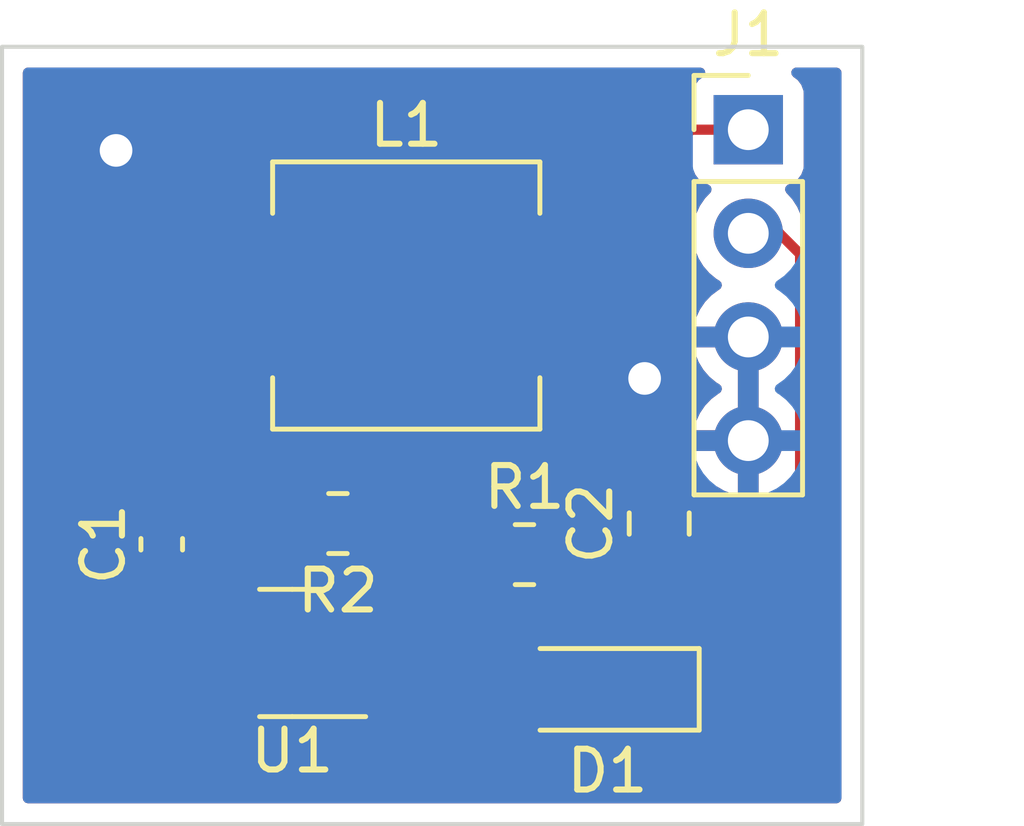
<source format=kicad_pcb>
(kicad_pcb (version 20211014) (generator pcbnew)
  (layers (0 "F.Cu" signal) (31 "B.Cu" signal) (34 "B.Paste" user) (35 "F.Paste" user) (36 "B.SilkS" user "B.Silkscreen") (37 "F.SilkS" user "F.Silkscreen") (38 "B.Mask" user) (39 "F.Mask" user) (44 "Edge.Cuts" user))
  (net 0 "")
  (net 1 "Net-(C1-Pad1)")
  (net 2 "GND")
  (net 3 "VOUT_+")
  (net 4 "Net-(R1-Pad1)")
  (net 5 "Net-(D1-Pad2)")
  (footprint "Inductor_SMD:L_Vishay_IHLP-2525" (layer "F.Cu") (at 130.302 77.724)
    (fp_text reference "L1" (at 0 -4.175) (layer "F.SilkS"))
    (fp_text value "4.7uH")
    (fp_line (start -3.275 3.275) (end 3.275 3.275) (layer "F.SilkS") (width 0.12))
    (fp_line (start 3.275 -3.275) (end 3.275 -2.0145) (layer "F.SilkS") (width 0.12))
    (fp_line (start -3.275 -3.275) (end 3.275 -3.275) (layer "F.SilkS") (width 0.12))
    (fp_line (start 3.275 3.275) (end 3.275 2.0145) (layer "F.SilkS") (width 0.12))
    (fp_line (start -3.275 -2.0145) (end -3.275 -3.275) (layer "F.SilkS") (width 0.12))
    (fp_line (start -3.275 2.0145) (end -3.275 3.275) (layer "F.SilkS") (width 0.12))
    (pad "1" smd rect (at -2.921 0) (size 2.413 3.429) (layers "F.Cu" "F.Paste" "F.Mask") (net 5 "Net-(D1-Pad2)"))
    (pad "2" smd rect (at 2.921 0) (size 2.413 3.429) (layers "F.Cu" "F.Paste" "F.Mask") (net 1 "Net-(C1-Pad1)"))
  )
  (footprint "Package_TO_SOT_SMD:TSOT-23-5" (layer "F.Cu") (at 127.5075 86.484 180)
    (fp_text reference "U1" (at 0 -2.4) (layer "F.SilkS"))
    (fp_text value "MIC2288YD5-TR")
    (fp_line (start 0 1.56) (end 0.8 1.56) (layer "F.SilkS") (width 0.12))
    (fp_line (start 0 1.56) (end -0.8 1.56) (layer "F.SilkS") (width 0.12))
    (fp_line (start 0 -1.56) (end 0.8 -1.56) (layer "F.SilkS") (width 0.12))
    (fp_line (start 0 -1.56) (end -1.8 -1.56) (layer "F.SilkS") (width 0.12))
    (pad "1" smd roundrect (at -1.1375 -0.95 180) (size 1.325 0.6) (layers "F.Cu" "F.Paste" "F.Mask") (net 5 "Net-(D1-Pad2)"))
    (pad "2" smd roundrect (at -1.1375 0 180) (size 1.325 0.6) (layers "F.Cu" "F.Paste" "F.Mask") (net 2 "GND"))
    (pad "3" smd roundrect (at -1.1375 0.95 180) (size 1.325 0.6) (layers "F.Cu" "F.Paste" "F.Mask") (net 4 "Net-(R1-Pad1)"))
    (pad "4" smd roundrect (at 1.1375 0.95 180) (size 1.325 0.6) (layers "F.Cu" "F.Paste" "F.Mask") (net 1 "Net-(C1-Pad1)"))
    (pad "5" smd roundrect (at 1.1375 -0.95 180) (size 1.325 0.6) (layers "F.Cu" "F.Paste" "F.Mask") (net 1 "Net-(C1-Pad1)"))
  )
  (footprint "Capacitor_SMD:C_0805_2012Metric" (layer "F.Cu") (at 136.5015 83.312 90)
    (fp_text reference "C2" (at 0 -1.68 90) (layer "F.SilkS"))
    (fp_text value "22uF")
    (fp_line (start -0.261252 -0.735) (end 0.261252 -0.735) (layer "F.SilkS") (width 0.12))
    (fp_line (start -0.261252 0.735) (end 0.261252 0.735) (layer "F.SilkS") (width 0.12))
    (pad "1" smd roundrect (at -0.95 0 90) (size 1 1.45) (layers "F.Cu" "F.Paste" "F.Mask") (net 3 "VOUT_+"))
    (pad "2" smd roundrect (at 0.95 0 90) (size 1 1.45) (layers "F.Cu" "F.Paste" "F.Mask") (net 2 "GND"))
  )
  (footprint "Diode_SMD:D_SOD-123" (layer "F.Cu") (at 135.2315 87.376 180)
    (fp_text reference "D1" (at 0 -2) (layer "F.SilkS"))
    (fp_text value "1N4001")
    (fp_line (start -2.25 -1) (end 1.65 -1) (layer "F.SilkS") (width 0.12))
    (fp_line (start -2.25 -1) (end -2.25 1) (layer "F.SilkS") (width 0.12))
    (fp_line (start -2.25 1) (end 1.65 1) (layer "F.SilkS") (width 0.12))
    (pad "1" smd rect (at -1.65 0 180) (size 0.9 1.2) (layers "F.Cu" "F.Paste" "F.Mask") (net 3 "VOUT_+"))
    (pad "2" smd rect (at 1.65 0 180) (size 0.9 1.2) (layers "F.Cu" "F.Paste" "F.Mask") (net 5 "Net-(D1-Pad2)"))
  )
  (footprint "Connector_PinHeader_2.54mm:PinHeader_1x04_P2.54mm_Vertical" (layer "F.Cu") (at 138.684 73.66)
    (fp_text reference "J1" (at 0 -2.33) (layer "F.SilkS"))
    (fp_text value "Conn_01x04_Male")
    (fp_line (start -1.33 1.27) (end 1.33 1.27) (layer "F.SilkS") (width 0.12))
    (fp_line (start -1.33 0) (end -1.33 -1.33) (layer "F.SilkS") (width 0.12))
    (fp_line (start -1.33 -1.33) (end 0 -1.33) (layer "F.SilkS") (width 0.12))
    (fp_line (start 1.33 1.27) (end 1.33 8.95) (layer "F.SilkS") (width 0.12))
    (fp_line (start -1.33 8.95) (end 1.33 8.95) (layer "F.SilkS") (width 0.12))
    (fp_line (start -1.33 1.27) (end -1.33 8.95) (layer "F.SilkS") (width 0.12))
    (pad "1" thru_hole rect (at 0 0) (size 1.7 1.7) (drill 1) (layers *.Cu *.Mask) (net 1 "Net-(C1-Pad1)"))
    (pad "2" thru_hole oval (at 0 2.54) (size 1.7 1.7) (drill 1) (layers *.Cu *.Mask) (net 3 "VOUT_+"))
    (pad "3" thru_hole oval (at 0 5.08) (size 1.7 1.7) (drill 1) (layers *.Cu *.Mask) (net 2 "GND"))
    (pad "4" thru_hole oval (at 0 7.62) (size 1.7 1.7) (drill 1) (layers *.Cu *.Mask) (net 2 "GND"))
  )
  (footprint "Resistor_SMD:R_0805_2012Metric" (layer "F.Cu") (at 133.1995 84.074)
    (fp_text reference "R1" (at 0 -1.65) (layer "F.SilkS"))
    (fp_text value "5.62K")
    (fp_line (start -0.227064 0.735) (end 0.227064 0.735) (layer "F.SilkS") (width 0.12))
    (fp_line (start -0.227064 -0.735) (end 0.227064 -0.735) (layer "F.SilkS") (width 0.12))
    (pad "1" smd roundrect (at -0.9125 0) (size 1.025 1.4) (layers "F.Cu" "F.Paste" "F.Mask") (roundrect_rratio 0.243902439) (net 4 "Net-(R1-Pad1)"))
    (pad "2" smd roundrect (at 0.9125 0) (size 1.025 1.4) (layers "F.Cu" "F.Paste" "F.Mask") (roundrect_rratio 0.243902439) (net 3 "VOUT_+"))
  )
  (footprint "Resistor_SMD:R_0805_2012Metric" (layer "F.Cu") (at 128.6275 83.312 180)
    (fp_text reference "R2" (at 0 -1.65) (layer "F.SilkS"))
    (fp_text value "1.87K")
    (fp_line (start -0.227064 -0.735) (end 0.227064 -0.735) (layer "F.SilkS") (width 0.12))
    (fp_line (start -0.227064 0.735) (end 0.227064 0.735) (layer "F.SilkS") (width 0.12))
    (pad "1" smd roundrect (at -0.9125 0 180) (size 1.025 1.4) (layers "F.Cu" "F.Paste" "F.Mask") (roundrect_rratio 0.243902439) (net 2 "GND"))
    (pad "2" smd roundrect (at 0.9125 0 180) (size 1.025 1.4) (layers "F.Cu" "F.Paste" "F.Mask") (roundrect_rratio 0.243902439) (net 4 "Net-(R1-Pad1)"))
  )
  (footprint "Capacitor_SMD:C_0603_1608Metric" (layer "F.Cu") (at 124.3095 83.82 90)
    (fp_text reference "C1" (at 0 -1.43 90) (layer "F.SilkS"))
    (fp_text value "4.7uF")
    (fp_line (start -0.14058 0.51) (end 0.14058 0.51) (layer "F.SilkS") (width 0.12))
    (fp_line (start -0.14058 -0.51) (end 0.14058 -0.51) (layer "F.SilkS") (width 0.12))
    (pad "1" smd roundrect (at -0.775 0 90) (size 0.9 0.95) (layers "F.Cu" "F.Paste" "F.Mask") (net 1 "Net-(C1-Pad1)"))
    (pad "2" smd roundrect (at 0.775 0 90) (size 0.9 0.95) (layers "F.Cu" "F.Paste" "F.Mask") (net 2 "GND"))
  )
  (gr_rect (start 120.396 71.628) (end 141.478 90.678) (layer "Edge.Cuts") (width 0.1) (fill none))
  (segment (start 137.287 73.66) (end 133.223 77.724) (width 0.25) (layer "F.Cu") (net 1))
  (segment (start 125.476 84.64) (end 126.37 85.534) (width 0.25) (layer "F.Cu") (net 1))
  (segment (start 127.231327 82.27) (end 125.476 84.025327) (width 0.25) (layer "F.Cu") (net 1))
  (segment (start 128.677 82.27) (end 127.231327 82.27) (width 0.25) (layer "F.Cu") (net 1))
  (segment (start 124.3095 84.595) (end 125.431 84.595) (width 0.25) (layer "F.Cu") (net 1))
  (segment (start 125.431 84.595) (end 126.37 85.534) (width 0.25) (layer "F.Cu") (net 1))
  (segment (start 133.223 77.724) (end 128.677 82.27) (width 0.25) (layer "F.Cu") (net 1))
  (segment (start 138.684 73.66) (end 137.287 73.66) (width 0.25) (layer "F.Cu") (net 1))
  (segment (start 125.476 84.025327) (end 125.476 84.64) (width 0.25) (layer "F.Cu") (net 1))
  (segment (start 126.37 85.534) (end 126.37 87.434) (width 0.25) (layer "F.Cu") (net 1))
  (via (at 136.144 79.756) (size 1.2) (drill 0.8) (layers "F.Cu" "B.Cu") (net 2))
  (via (at 123.19 74.168) (size 1.2) (drill 0.8) (layers "F.Cu" "B.Cu") (net 2))
  (segment (start 136.8815 87.376) (end 136.8815 84.642) (width 0.25) (layer "F.Cu") (net 3))
  (segment (start 136.8815 87.376) (end 139.9295 84.328) (width 0.25) (layer "F.Cu") (net 3))
  (segment (start 139.446 76.2) (end 138.684 76.2) (width 0.25) (layer "F.Cu") (net 3))
  (segment (start 136.8815 84.642) (end 136.5015 84.262) (width 0.25) (layer "F.Cu") (net 3))
  (segment (start 139.954 84.328) (end 139.954 76.708) (width 0.25) (layer "F.Cu") (net 3))
  (segment (start 136.3135 84.074) (end 136.5015 84.262) (width 0.25) (layer "F.Cu") (net 3))
  (segment (start 139.954 76.708) (end 139.446 76.2) (width 0.25) (layer "F.Cu") (net 3))
  (segment (start 139.9295 84.328) (end 139.954 84.328) (width 0.25) (layer "F.Cu") (net 3))
  (segment (start 134.112 84.074) (end 136.3135 84.074) (width 0.25) (layer "F.Cu") (net 3))
  (segment (start 128.645 84.242) (end 127.715 83.312) (width 0.25) (layer "F.Cu") (net 4))
  (segment (start 130.827 85.534) (end 132.287 84.074) (width 0.25) (layer "F.Cu") (net 4))
  (segment (start 128.645 85.534) (end 130.827 85.534) (width 0.25) (layer "F.Cu") (net 4))
  (segment (start 128.709 85.598) (end 128.645 85.534) (width 0.25) (layer "F.Cu") (net 4))
  (segment (start 128.645 85.534) (end 128.645 84.242) (width 0.25) (layer "F.Cu") (net 4))
  (segment (start 128.645 87.434) (end 128.703 87.376) (width 0.25) (layer "F.Cu") (net 5))
  (segment (start 123.19 81.915) (end 123.19 86.36) (width 0.25) (layer "F.Cu") (net 5))
  (segment (start 127.433 88.646) (end 128.645 87.434) (width 0.25) (layer "F.Cu") (net 5))
  (segment (start 123.19 86.36) (end 125.476 88.646) (width 0.25) (layer "F.Cu") (net 5))
  (segment (start 128.703 87.376) (end 133.5815 87.376) (width 0.25) (layer "F.Cu") (net 5))
  (segment (start 127.381 77.724) (end 123.19 81.915) (width 0.25) (layer "F.Cu") (net 5))
  (segment (start 125.476 88.646) (end 127.433 88.646) (width 0.25) (layer "F.Cu") (net 5))
  (zone (net 2) (net_name "GND") (layer "F.Cu") (connect_pads (clearance 0.508)) (min_thickness 0.254) (fill yes (thermal_gap 0.508) (thermal_bridge_width 0.508))
    (polygon (pts (xy 141.478 90.678) (xy 120.396 90.678) (xy 120.396 71.628) (xy 141.478 71.628)))
  )
  (zone (net 2) (net_name "GND") (layer "B.Cu") (connect_pads (clearance 0.508)) (min_thickness 0.254) (fill yes (thermal_gap 0.508) (thermal_bridge_width 0.508))
    (polygon (pts (xy 141.478 90.678) (xy 120.396 90.678) (xy 120.396 71.628) (xy 141.478 71.628)))
  )
)
</source>
